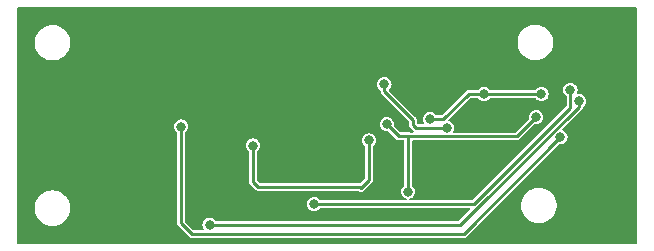
<source format=gbr>
%TF.GenerationSoftware,KiCad,Pcbnew,7.0.9+1*%
%TF.CreationDate,2023-12-11T14:48:35+01:00*%
%TF.ProjectId,IR-sensor,49522d73-656e-4736-9f72-2e6b69636164,rev?*%
%TF.SameCoordinates,Original*%
%TF.FileFunction,Copper,L2,Bot*%
%TF.FilePolarity,Positive*%
%FSLAX46Y46*%
G04 Gerber Fmt 4.6, Leading zero omitted, Abs format (unit mm)*
G04 Created by KiCad (PCBNEW 7.0.9+1) date 2023-12-11 14:48:35*
%MOMM*%
%LPD*%
G01*
G04 APERTURE LIST*
%TA.AperFunction,ViaPad*%
%ADD10C,0.800000*%
%TD*%
%TA.AperFunction,Conductor*%
%ADD11C,0.250000*%
%TD*%
G04 APERTURE END LIST*
D10*
%TO.N,Net-(U1C-+)*%
X79800000Y-61270000D03*
X69955500Y-61700000D03*
%TO.N,GND*%
X69800000Y-58850000D03*
X60800000Y-61200000D03*
X60800000Y-62100000D03*
X59700000Y-51800000D03*
X85800000Y-58400000D03*
X76200000Y-58700000D03*
X97500000Y-61200000D03*
X56801100Y-59989427D03*
X85700000Y-62000000D03*
X84100000Y-63200000D03*
X58100000Y-51800000D03*
X97500000Y-63100000D03*
X88300000Y-59400000D03*
%TO.N,/PWM_SEND*%
X97575000Y-57941816D03*
X66300000Y-68400000D03*
%TO.N,/PWM_RCV*%
X89530000Y-57350004D03*
X84956890Y-59475000D03*
X94400004Y-57350004D03*
%TO.N,+2V5*%
X96850000Y-56975000D03*
X75150000Y-66650000D03*
%TO.N,Net-(Q2-D)*%
X86400000Y-60200000D03*
X81100000Y-56525000D03*
%TO.N,-2V5*%
X81300000Y-59900000D03*
X83100000Y-65600000D03*
X93950000Y-59300000D03*
%TO.N,/INDICATOR*%
X63900000Y-60100000D03*
X96005851Y-61005851D03*
%TD*%
D11*
%TO.N,Net-(U1C-+)*%
X70400000Y-65200000D02*
X79000000Y-65200000D01*
X79800000Y-64600000D02*
X79800000Y-61270000D01*
X69955500Y-61700000D02*
X69955500Y-64755500D01*
X79100000Y-65300000D02*
X79800000Y-64600000D01*
X69955500Y-64755500D02*
X70400000Y-65200000D01*
X79000000Y-65200000D02*
X79100000Y-65300000D01*
%TO.N,/PWM_SEND*%
X88886396Y-67100000D02*
X97575000Y-58411396D01*
X87536396Y-68400000D02*
X88836396Y-67100000D01*
X66300000Y-68400000D02*
X87536396Y-68400000D01*
X88836396Y-67100000D02*
X88886396Y-67100000D01*
X97575000Y-58411396D02*
X97575000Y-57941816D01*
%TO.N,/PWM_RCV*%
X86099695Y-59475000D02*
X84956890Y-59475000D01*
X94400004Y-57350004D02*
X89530000Y-57350004D01*
X88224691Y-57350004D02*
X86099695Y-59475000D01*
X89530000Y-57350004D02*
X88224691Y-57350004D01*
%TO.N,+2V5*%
X96850000Y-58500000D02*
X96850000Y-56975000D01*
X75150000Y-66650000D02*
X88700000Y-66650000D01*
X88700000Y-66650000D02*
X96850000Y-58500000D01*
%TO.N,Net-(Q2-D)*%
X83500000Y-59950000D02*
X83500000Y-59513487D01*
X86400000Y-60200000D02*
X83750000Y-60200000D01*
X83750000Y-60200000D02*
X83500000Y-59950000D01*
X81100000Y-57113487D02*
X81100000Y-56525000D01*
X83500000Y-59513487D02*
X81100000Y-57113487D01*
%TO.N,-2V5*%
X92325000Y-60925000D02*
X93950000Y-59300000D01*
X83150000Y-60900000D02*
X83175000Y-60925000D01*
X83175000Y-60925000D02*
X92325000Y-60925000D01*
X81300000Y-59900000D02*
X82300000Y-60900000D01*
X82300000Y-60900000D02*
X83150000Y-60900000D01*
X83100000Y-65600000D02*
X83100000Y-60950000D01*
X83100000Y-60950000D02*
X83150000Y-60900000D01*
%TO.N,/INDICATOR*%
X63900000Y-60100000D02*
X63900000Y-68300000D01*
X64800000Y-69200000D02*
X87811702Y-69200000D01*
X87811702Y-69200000D02*
X96005851Y-61005851D01*
X63900000Y-68300000D02*
X64800000Y-69200000D01*
%TD*%
%TA.AperFunction,Conductor*%
%TO.N,GND*%
G36*
X102473066Y-50017813D02*
G01*
X102498376Y-50061650D01*
X102499500Y-50074500D01*
X102499500Y-69925500D01*
X102482187Y-69973066D01*
X102438350Y-69998376D01*
X102425500Y-69999500D01*
X50074500Y-69999500D01*
X50026934Y-69982187D01*
X50001624Y-69938350D01*
X50000500Y-69925500D01*
X50000500Y-67124337D01*
X51499500Y-67124337D01*
X51521417Y-67255681D01*
X51540429Y-67369614D01*
X51555473Y-67413436D01*
X51621172Y-67604811D01*
X51694743Y-67740757D01*
X51739526Y-67823509D01*
X51892262Y-68019744D01*
X52075215Y-68188164D01*
X52283393Y-68324173D01*
X52511119Y-68424063D01*
X52752179Y-68485108D01*
X52752182Y-68485108D01*
X52752185Y-68485109D01*
X52937929Y-68500500D01*
X52937933Y-68500500D01*
X53062071Y-68500500D01*
X53247814Y-68485109D01*
X53247816Y-68485108D01*
X53247821Y-68485108D01*
X53488881Y-68424063D01*
X53716607Y-68324173D01*
X53924785Y-68188164D01*
X54107738Y-68019744D01*
X54260474Y-67823509D01*
X54378828Y-67604810D01*
X54459571Y-67369614D01*
X54500500Y-67124335D01*
X54500500Y-66875665D01*
X54459571Y-66630386D01*
X54378828Y-66395190D01*
X54260474Y-66176491D01*
X54107738Y-65980256D01*
X54076498Y-65951498D01*
X53924785Y-65811836D01*
X53716607Y-65675827D01*
X53488887Y-65575939D01*
X53488883Y-65575938D01*
X53488881Y-65575937D01*
X53325233Y-65534495D01*
X53247814Y-65514890D01*
X53062071Y-65499500D01*
X53062067Y-65499500D01*
X52937933Y-65499500D01*
X52937929Y-65499500D01*
X52752185Y-65514890D01*
X52624701Y-65547174D01*
X52511119Y-65575937D01*
X52511117Y-65575937D01*
X52511112Y-65575939D01*
X52283392Y-65675827D01*
X52075214Y-65811836D01*
X51892263Y-65980254D01*
X51739529Y-66176486D01*
X51739522Y-66176498D01*
X51621172Y-66395188D01*
X51540428Y-66630389D01*
X51499500Y-66875662D01*
X51499500Y-67124337D01*
X50000500Y-67124337D01*
X50000500Y-60100000D01*
X63294318Y-60100000D01*
X63314955Y-60256760D01*
X63314955Y-60256761D01*
X63375464Y-60402841D01*
X63471715Y-60528279D01*
X63471716Y-60528280D01*
X63471718Y-60528282D01*
X63545549Y-60584934D01*
X63572746Y-60627624D01*
X63574500Y-60643641D01*
X63574500Y-68284173D01*
X63574359Y-68287400D01*
X63570735Y-68328805D01*
X63570735Y-68328806D01*
X63581495Y-68368964D01*
X63582193Y-68372114D01*
X63589411Y-68413044D01*
X63591811Y-68417200D01*
X63599203Y-68435047D01*
X63600445Y-68439682D01*
X63600446Y-68439685D01*
X63624288Y-68473736D01*
X63626022Y-68476458D01*
X63631017Y-68485108D01*
X63646806Y-68512455D01*
X63646808Y-68512457D01*
X63646807Y-68512457D01*
X63663938Y-68526830D01*
X63678658Y-68539182D01*
X63681027Y-68541353D01*
X64558652Y-69418979D01*
X64560821Y-69421346D01*
X64587545Y-69453194D01*
X64623541Y-69473976D01*
X64623548Y-69473980D01*
X64626272Y-69475716D01*
X64660314Y-69499553D01*
X64660315Y-69499553D01*
X64660316Y-69499554D01*
X64664945Y-69500794D01*
X64682800Y-69508189D01*
X64686955Y-69510588D01*
X64727915Y-69517809D01*
X64731028Y-69518500D01*
X64771193Y-69529263D01*
X64812598Y-69525640D01*
X64815817Y-69525500D01*
X87795876Y-69525500D01*
X87799096Y-69525640D01*
X87825248Y-69527928D01*
X87840507Y-69529264D01*
X87840507Y-69529263D01*
X87840509Y-69529264D01*
X87880669Y-69518502D01*
X87883802Y-69517807D01*
X87924747Y-69510588D01*
X87928896Y-69508191D01*
X87946757Y-69500794D01*
X87951386Y-69499554D01*
X87985435Y-69475712D01*
X87988152Y-69473980D01*
X88024157Y-69453194D01*
X88050889Y-69421334D01*
X88053050Y-69418976D01*
X90572689Y-66899337D01*
X92674500Y-66899337D01*
X92708289Y-67101826D01*
X92715429Y-67144614D01*
X92746474Y-67235044D01*
X92796172Y-67379811D01*
X92808893Y-67403317D01*
X92914526Y-67598509D01*
X93067262Y-67794744D01*
X93250215Y-67963164D01*
X93458393Y-68099173D01*
X93686119Y-68199063D01*
X93927179Y-68260108D01*
X93927182Y-68260108D01*
X93927185Y-68260109D01*
X94112929Y-68275500D01*
X94112933Y-68275500D01*
X94237071Y-68275500D01*
X94422814Y-68260109D01*
X94422816Y-68260108D01*
X94422821Y-68260108D01*
X94663881Y-68199063D01*
X94891607Y-68099173D01*
X95099785Y-67963164D01*
X95282738Y-67794744D01*
X95435474Y-67598509D01*
X95553828Y-67379810D01*
X95634571Y-67144614D01*
X95675500Y-66899335D01*
X95675500Y-66650665D01*
X95634571Y-66405386D01*
X95553828Y-66170190D01*
X95435474Y-65951491D01*
X95282738Y-65755256D01*
X95137129Y-65621214D01*
X95099785Y-65586836D01*
X94891607Y-65450827D01*
X94663887Y-65350939D01*
X94663883Y-65350938D01*
X94663881Y-65350937D01*
X94451514Y-65297158D01*
X94422814Y-65289890D01*
X94237071Y-65274500D01*
X94237067Y-65274500D01*
X94112933Y-65274500D01*
X94112929Y-65274500D01*
X93927185Y-65289890D01*
X93763531Y-65331333D01*
X93686119Y-65350937D01*
X93686117Y-65350937D01*
X93686112Y-65350939D01*
X93458392Y-65450827D01*
X93250214Y-65586836D01*
X93067263Y-65755254D01*
X92914529Y-65951486D01*
X92914522Y-65951498D01*
X92796172Y-66170188D01*
X92715428Y-66405389D01*
X92674500Y-66650662D01*
X92674500Y-66899337D01*
X90572689Y-66899337D01*
X95851601Y-61620425D01*
X95897476Y-61599034D01*
X95913581Y-61599384D01*
X96005851Y-61611533D01*
X96162613Y-61590895D01*
X96308692Y-61530387D01*
X96434133Y-61434133D01*
X96530387Y-61308692D01*
X96590895Y-61162613D01*
X96611533Y-61005851D01*
X96590895Y-60849089D01*
X96530387Y-60703010D01*
X96484832Y-60643641D01*
X96434135Y-60577571D01*
X96434130Y-60577566D01*
X96308692Y-60481315D01*
X96168270Y-60423150D01*
X96130950Y-60388952D01*
X96124343Y-60338766D01*
X96144261Y-60302459D01*
X97793983Y-58652737D01*
X97796329Y-58650587D01*
X97828194Y-58623851D01*
X97848980Y-58587846D01*
X97850712Y-58585129D01*
X97874553Y-58551081D01*
X97874554Y-58551080D01*
X97875794Y-58546450D01*
X97883193Y-58528588D01*
X97885588Y-58524441D01*
X97892805Y-58483503D01*
X97893502Y-58480365D01*
X97895780Y-58471863D01*
X97922210Y-58432305D01*
X98003282Y-58370098D01*
X98099536Y-58244657D01*
X98160044Y-58098578D01*
X98180682Y-57941816D01*
X98160044Y-57785054D01*
X98099536Y-57638975D01*
X98003282Y-57513534D01*
X98003279Y-57513531D01*
X97877841Y-57417280D01*
X97731761Y-57356771D01*
X97595637Y-57338850D01*
X97575000Y-57336134D01*
X97574999Y-57336134D01*
X97464510Y-57350680D01*
X97415091Y-57339724D01*
X97384276Y-57299565D01*
X97386483Y-57248996D01*
X97435044Y-57131762D01*
X97455682Y-56975000D01*
X97435044Y-56818238D01*
X97374536Y-56672159D01*
X97278282Y-56546718D01*
X97278279Y-56546715D01*
X97152841Y-56450464D01*
X97006761Y-56389955D01*
X96850000Y-56369318D01*
X96693239Y-56389955D01*
X96693238Y-56389955D01*
X96547158Y-56450464D01*
X96421720Y-56546715D01*
X96421715Y-56546720D01*
X96325464Y-56672158D01*
X96264955Y-56818238D01*
X96264955Y-56818239D01*
X96244318Y-56975000D01*
X96264955Y-57131760D01*
X96264955Y-57131761D01*
X96325464Y-57277841D01*
X96421715Y-57403279D01*
X96421716Y-57403280D01*
X96421718Y-57403282D01*
X96495549Y-57459934D01*
X96522746Y-57502624D01*
X96524500Y-57518641D01*
X96524500Y-58334522D01*
X96507187Y-58382088D01*
X96502826Y-58386848D01*
X88586848Y-66302826D01*
X88540972Y-66324218D01*
X88534522Y-66324500D01*
X83292109Y-66324500D01*
X83244543Y-66307187D01*
X83219233Y-66263350D01*
X83228023Y-66213500D01*
X83263790Y-66182133D01*
X83277423Y-66176486D01*
X83402841Y-66124536D01*
X83528282Y-66028282D01*
X83624536Y-65902841D01*
X83685044Y-65756762D01*
X83705682Y-65600000D01*
X83685044Y-65443238D01*
X83624536Y-65297159D01*
X83605285Y-65272070D01*
X83528286Y-65171722D01*
X83528284Y-65171720D01*
X83528282Y-65171719D01*
X83528282Y-65171718D01*
X83454451Y-65115065D01*
X83427254Y-65072373D01*
X83425500Y-65056357D01*
X83425500Y-61324500D01*
X83442813Y-61276934D01*
X83486650Y-61251624D01*
X83499500Y-61250500D01*
X92309174Y-61250500D01*
X92312394Y-61250640D01*
X92338546Y-61252928D01*
X92353805Y-61254264D01*
X92353805Y-61254263D01*
X92353807Y-61254264D01*
X92393967Y-61243502D01*
X92397100Y-61242807D01*
X92438045Y-61235588D01*
X92442194Y-61233191D01*
X92460055Y-61225794D01*
X92460626Y-61225641D01*
X92464684Y-61224554D01*
X92498733Y-61200712D01*
X92501450Y-61198980D01*
X92537455Y-61178194D01*
X92564187Y-61146334D01*
X92566348Y-61143976D01*
X93795750Y-59914574D01*
X93841625Y-59893183D01*
X93857730Y-59893533D01*
X93950000Y-59905682D01*
X94106762Y-59885044D01*
X94252841Y-59824536D01*
X94378282Y-59728282D01*
X94474536Y-59602841D01*
X94535044Y-59456762D01*
X94555682Y-59300000D01*
X94535044Y-59143238D01*
X94474536Y-58997159D01*
X94438706Y-58950464D01*
X94378284Y-58871720D01*
X94378279Y-58871715D01*
X94252841Y-58775464D01*
X94106761Y-58714955D01*
X93950000Y-58694318D01*
X93793239Y-58714955D01*
X93793238Y-58714955D01*
X93647158Y-58775464D01*
X93521720Y-58871715D01*
X93521715Y-58871720D01*
X93425464Y-58997158D01*
X93364955Y-59143238D01*
X93364955Y-59143239D01*
X93344318Y-59300000D01*
X93356464Y-59392265D01*
X93345508Y-59441684D01*
X93335423Y-59454249D01*
X92211848Y-60577826D01*
X92165972Y-60599218D01*
X92159522Y-60599500D01*
X86995248Y-60599500D01*
X86947682Y-60582187D01*
X86922372Y-60538350D01*
X86926881Y-60497182D01*
X86985043Y-60356764D01*
X86985044Y-60356762D01*
X87005682Y-60200000D01*
X86985044Y-60043238D01*
X86924536Y-59897159D01*
X86847803Y-59797158D01*
X86828284Y-59771720D01*
X86828279Y-59771715D01*
X86702841Y-59675464D01*
X86562420Y-59617299D01*
X86525100Y-59583101D01*
X86518493Y-59532915D01*
X86538411Y-59496608D01*
X88337844Y-57697178D01*
X88383721Y-57675786D01*
X88390170Y-57675504D01*
X88986358Y-57675504D01*
X89033924Y-57692817D01*
X89045066Y-57704456D01*
X89101715Y-57778283D01*
X89101720Y-57778288D01*
X89185345Y-57842455D01*
X89227159Y-57874540D01*
X89373238Y-57935048D01*
X89530000Y-57955686D01*
X89686762Y-57935048D01*
X89832841Y-57874540D01*
X89958282Y-57778286D01*
X89978659Y-57751729D01*
X90014934Y-57704456D01*
X90057625Y-57677258D01*
X90073642Y-57675504D01*
X93856362Y-57675504D01*
X93903928Y-57692817D01*
X93915070Y-57704456D01*
X93971719Y-57778283D01*
X93971724Y-57778288D01*
X94055349Y-57842455D01*
X94097163Y-57874540D01*
X94243242Y-57935048D01*
X94400004Y-57955686D01*
X94556766Y-57935048D01*
X94702845Y-57874540D01*
X94828286Y-57778286D01*
X94924540Y-57652845D01*
X94985048Y-57506766D01*
X95005686Y-57350004D01*
X94985048Y-57193242D01*
X94924540Y-57047163D01*
X94852503Y-56953282D01*
X94828288Y-56921724D01*
X94828283Y-56921719D01*
X94702845Y-56825468D01*
X94556765Y-56764959D01*
X94400004Y-56744322D01*
X94243243Y-56764959D01*
X94243242Y-56764959D01*
X94097162Y-56825468D01*
X93971724Y-56921719D01*
X93971719Y-56921724D01*
X93915070Y-56995552D01*
X93872379Y-57022750D01*
X93856362Y-57024504D01*
X90073642Y-57024504D01*
X90026076Y-57007191D01*
X90014934Y-56995552D01*
X89958284Y-56921724D01*
X89958279Y-56921719D01*
X89832841Y-56825468D01*
X89686761Y-56764959D01*
X89530000Y-56744322D01*
X89373239Y-56764959D01*
X89373238Y-56764959D01*
X89227158Y-56825468D01*
X89101720Y-56921719D01*
X89101715Y-56921724D01*
X89045066Y-56995552D01*
X89002375Y-57022750D01*
X88986358Y-57024504D01*
X88240509Y-57024504D01*
X88237290Y-57024363D01*
X88227311Y-57023490D01*
X88195886Y-57020740D01*
X88195885Y-57020740D01*
X88155735Y-57031498D01*
X88152585Y-57032196D01*
X88111644Y-57039416D01*
X88111642Y-57039416D01*
X88107481Y-57041819D01*
X88089650Y-57049205D01*
X88085008Y-57050449D01*
X88085003Y-57050451D01*
X88050956Y-57074291D01*
X88048235Y-57076025D01*
X88012240Y-57096807D01*
X88012234Y-57096812D01*
X87985523Y-57128643D01*
X87983342Y-57131024D01*
X85986543Y-59127826D01*
X85940667Y-59149218D01*
X85934217Y-59149500D01*
X85500532Y-59149500D01*
X85452966Y-59132187D01*
X85441824Y-59120548D01*
X85385174Y-59046720D01*
X85385169Y-59046715D01*
X85259731Y-58950464D01*
X85113651Y-58889955D01*
X84956890Y-58869318D01*
X84800129Y-58889955D01*
X84800128Y-58889955D01*
X84654048Y-58950464D01*
X84528610Y-59046715D01*
X84528605Y-59046720D01*
X84432354Y-59172158D01*
X84371845Y-59318238D01*
X84371845Y-59318239D01*
X84351208Y-59475000D01*
X84371845Y-59631760D01*
X84371846Y-59631764D01*
X84430009Y-59772182D01*
X84432217Y-59822752D01*
X84401402Y-59862911D01*
X84361642Y-59874500D01*
X83915479Y-59874500D01*
X83867913Y-59857187D01*
X83863153Y-59852826D01*
X83847174Y-59836847D01*
X83825782Y-59790971D01*
X83825500Y-59784521D01*
X83825500Y-59529312D01*
X83825641Y-59526085D01*
X83828221Y-59496606D01*
X83829264Y-59484680D01*
X83818502Y-59444520D01*
X83817806Y-59441376D01*
X83810589Y-59400445D01*
X83810588Y-59400443D01*
X83810588Y-59400442D01*
X83808186Y-59396282D01*
X83800795Y-59378436D01*
X83799554Y-59373803D01*
X83775715Y-59339757D01*
X83773979Y-59337033D01*
X83763128Y-59318239D01*
X83753194Y-59301032D01*
X83753193Y-59301030D01*
X83721347Y-59274308D01*
X83718966Y-59272127D01*
X81515431Y-57068592D01*
X81494039Y-57022716D01*
X81507140Y-56973821D01*
X81522713Y-56957555D01*
X81528282Y-56953282D01*
X81624536Y-56827841D01*
X81685044Y-56681762D01*
X81705682Y-56525000D01*
X81685044Y-56368238D01*
X81624536Y-56222159D01*
X81528282Y-56096718D01*
X81528279Y-56096715D01*
X81402841Y-56000464D01*
X81256761Y-55939955D01*
X81100000Y-55919318D01*
X80943239Y-55939955D01*
X80943238Y-55939955D01*
X80797158Y-56000464D01*
X80671720Y-56096715D01*
X80671715Y-56096720D01*
X80575464Y-56222158D01*
X80514955Y-56368238D01*
X80514955Y-56368239D01*
X80494318Y-56525000D01*
X80514955Y-56681760D01*
X80514955Y-56681761D01*
X80575464Y-56827841D01*
X80671715Y-56953279D01*
X80671716Y-56953280D01*
X80671718Y-56953282D01*
X80745549Y-57009934D01*
X80772746Y-57052624D01*
X80774500Y-57068641D01*
X80774500Y-57097660D01*
X80774359Y-57100887D01*
X80770735Y-57142292D01*
X80770735Y-57142293D01*
X80781495Y-57182451D01*
X80782193Y-57185601D01*
X80789411Y-57226531D01*
X80791811Y-57230687D01*
X80799203Y-57248534D01*
X80800445Y-57253169D01*
X80800446Y-57253172D01*
X80824288Y-57287223D01*
X80826022Y-57289945D01*
X80831577Y-57299565D01*
X80846806Y-57325942D01*
X80846808Y-57325944D01*
X80846807Y-57325944D01*
X80858952Y-57336134D01*
X80878658Y-57352669D01*
X80881027Y-57354840D01*
X83152826Y-59626639D01*
X83174218Y-59672515D01*
X83174500Y-59678965D01*
X83174500Y-59934173D01*
X83174359Y-59937400D01*
X83170735Y-59978805D01*
X83170735Y-59978806D01*
X83181495Y-60018964D01*
X83182193Y-60022114D01*
X83189411Y-60063044D01*
X83191811Y-60067200D01*
X83199203Y-60085047D01*
X83200445Y-60089682D01*
X83200444Y-60089682D01*
X83224288Y-60123734D01*
X83226018Y-60126451D01*
X83246806Y-60162455D01*
X83265287Y-60177963D01*
X83278650Y-60189177D01*
X83281030Y-60191358D01*
X83508651Y-60418978D01*
X83510823Y-60421348D01*
X83537545Y-60453194D01*
X83551784Y-60461415D01*
X83584321Y-60500189D01*
X83584322Y-60550808D01*
X83551785Y-60589585D01*
X83514784Y-60599500D01*
X83300346Y-60599500D01*
X83269293Y-60591179D01*
X83269131Y-60591627D01*
X83264016Y-60589765D01*
X83263346Y-60589586D01*
X83263344Y-60589585D01*
X83263045Y-60589412D01*
X83258316Y-60588578D01*
X83239899Y-60582770D01*
X83235548Y-60580741D01*
X83235545Y-60580740D01*
X83213189Y-60578784D01*
X83200491Y-60576545D01*
X83178805Y-60570735D01*
X83156448Y-60572691D01*
X83143550Y-60572691D01*
X83121195Y-60570735D01*
X83121194Y-60570735D01*
X83116558Y-60571978D01*
X83097404Y-60574500D01*
X82465478Y-60574500D01*
X82417912Y-60557187D01*
X82413152Y-60552826D01*
X81914575Y-60054249D01*
X81893183Y-60008373D01*
X81893533Y-59992269D01*
X81905682Y-59900000D01*
X81885044Y-59743238D01*
X81824536Y-59597159D01*
X81772475Y-59529312D01*
X81728284Y-59471720D01*
X81728279Y-59471715D01*
X81602841Y-59375464D01*
X81456761Y-59314955D01*
X81300000Y-59294318D01*
X81143239Y-59314955D01*
X81143238Y-59314955D01*
X80997158Y-59375464D01*
X80871720Y-59471715D01*
X80871715Y-59471720D01*
X80775464Y-59597158D01*
X80714955Y-59743238D01*
X80714955Y-59743239D01*
X80694318Y-59900000D01*
X80714955Y-60056760D01*
X80714955Y-60056761D01*
X80775464Y-60202841D01*
X80871715Y-60328279D01*
X80871720Y-60328284D01*
X80950785Y-60388952D01*
X80997159Y-60424536D01*
X81143238Y-60485044D01*
X81300000Y-60505682D01*
X81392264Y-60493534D01*
X81441682Y-60504490D01*
X81454249Y-60514575D01*
X82058647Y-61118973D01*
X82060819Y-61121343D01*
X82087545Y-61153194D01*
X82123546Y-61173979D01*
X82126270Y-61175715D01*
X82160314Y-61199553D01*
X82160316Y-61199554D01*
X82164949Y-61200795D01*
X82182795Y-61208186D01*
X82186955Y-61210588D01*
X82186958Y-61210588D01*
X82186959Y-61210589D01*
X82186958Y-61210589D01*
X82227888Y-61217806D01*
X82231038Y-61218504D01*
X82271193Y-61229264D01*
X82271193Y-61229263D01*
X82271194Y-61229264D01*
X82279040Y-61228577D01*
X82312610Y-61225640D01*
X82315829Y-61225500D01*
X82700500Y-61225500D01*
X82748066Y-61242813D01*
X82773376Y-61286650D01*
X82774500Y-61299500D01*
X82774500Y-65056357D01*
X82757187Y-65103923D01*
X82745549Y-65115065D01*
X82671715Y-65171720D01*
X82671713Y-65171722D01*
X82575464Y-65297158D01*
X82514955Y-65443238D01*
X82514955Y-65443239D01*
X82494318Y-65600000D01*
X82514955Y-65756760D01*
X82514955Y-65756761D01*
X82575464Y-65902841D01*
X82671715Y-66028279D01*
X82671720Y-66028284D01*
X82755345Y-66092451D01*
X82797159Y-66124536D01*
X82907373Y-66170188D01*
X82936210Y-66182133D01*
X82973530Y-66216331D01*
X82980137Y-66266517D01*
X82952939Y-66309208D01*
X82907891Y-66324500D01*
X75693642Y-66324500D01*
X75646076Y-66307187D01*
X75634934Y-66295548D01*
X75578284Y-66221720D01*
X75578279Y-66221715D01*
X75452841Y-66125464D01*
X75306761Y-66064955D01*
X75150000Y-66044318D01*
X74993239Y-66064955D01*
X74993238Y-66064955D01*
X74847158Y-66125464D01*
X74721720Y-66221715D01*
X74721715Y-66221720D01*
X74625464Y-66347158D01*
X74564955Y-66493238D01*
X74564955Y-66493239D01*
X74544318Y-66650000D01*
X74564955Y-66806760D01*
X74564955Y-66806761D01*
X74625464Y-66952841D01*
X74721715Y-67078279D01*
X74721720Y-67078284D01*
X74781738Y-67124337D01*
X74847159Y-67174536D01*
X74993238Y-67235044D01*
X75150000Y-67255682D01*
X75306762Y-67235044D01*
X75452841Y-67174536D01*
X75578282Y-67078282D01*
X75610227Y-67036650D01*
X75634934Y-67004452D01*
X75677625Y-66977254D01*
X75693642Y-66975500D01*
X88321918Y-66975500D01*
X88369484Y-66992813D01*
X88394794Y-67036650D01*
X88386004Y-67086500D01*
X88374244Y-67101826D01*
X87423244Y-68052826D01*
X87377368Y-68074218D01*
X87370918Y-68074500D01*
X66843642Y-68074500D01*
X66796076Y-68057187D01*
X66784934Y-68045548D01*
X66728284Y-67971720D01*
X66728279Y-67971715D01*
X66602841Y-67875464D01*
X66456761Y-67814955D01*
X66300000Y-67794318D01*
X66143239Y-67814955D01*
X66143238Y-67814955D01*
X65997158Y-67875464D01*
X65871720Y-67971715D01*
X65871715Y-67971720D01*
X65775464Y-68097158D01*
X65714955Y-68243238D01*
X65714955Y-68243239D01*
X65694318Y-68400000D01*
X65714955Y-68556760D01*
X65714955Y-68556761D01*
X65775464Y-68702841D01*
X65815833Y-68755452D01*
X65831055Y-68803728D01*
X65811683Y-68850494D01*
X65766784Y-68873867D01*
X65757125Y-68874500D01*
X64965479Y-68874500D01*
X64917913Y-68857187D01*
X64913153Y-68852826D01*
X64247174Y-68186847D01*
X64225782Y-68140971D01*
X64225500Y-68134521D01*
X64225500Y-61700000D01*
X69349818Y-61700000D01*
X69370455Y-61856760D01*
X69370455Y-61856761D01*
X69430964Y-62002841D01*
X69527215Y-62128279D01*
X69527216Y-62128280D01*
X69527218Y-62128282D01*
X69601049Y-62184934D01*
X69628246Y-62227624D01*
X69630000Y-62243641D01*
X69630000Y-64739673D01*
X69629859Y-64742900D01*
X69626235Y-64784305D01*
X69626235Y-64784306D01*
X69636995Y-64824464D01*
X69637693Y-64827614D01*
X69644911Y-64868544D01*
X69647311Y-64872700D01*
X69654703Y-64890547D01*
X69655945Y-64895182D01*
X69655946Y-64895185D01*
X69679788Y-64929236D01*
X69681522Y-64931958D01*
X69690312Y-64947181D01*
X69702306Y-64967955D01*
X69702308Y-64967957D01*
X69702307Y-64967957D01*
X69719438Y-64982330D01*
X69734158Y-64994682D01*
X69736527Y-64996853D01*
X70158647Y-65418973D01*
X70160819Y-65421343D01*
X70187545Y-65453194D01*
X70223546Y-65473979D01*
X70226270Y-65475715D01*
X70260314Y-65499553D01*
X70260316Y-65499554D01*
X70264949Y-65500795D01*
X70282795Y-65508186D01*
X70286955Y-65510588D01*
X70286958Y-65510588D01*
X70286959Y-65510589D01*
X70286958Y-65510589D01*
X70327888Y-65517806D01*
X70331038Y-65518504D01*
X70371193Y-65529264D01*
X70412605Y-65525640D01*
X70415826Y-65525500D01*
X78834521Y-65525500D01*
X78882087Y-65542813D01*
X78886847Y-65547174D01*
X78910420Y-65570747D01*
X78930754Y-65580229D01*
X78930765Y-65580234D01*
X78941932Y-65586681D01*
X78953476Y-65594764D01*
X78960314Y-65599553D01*
X78960316Y-65599554D01*
X78981993Y-65605362D01*
X78994110Y-65609773D01*
X79004456Y-65614596D01*
X79014454Y-65619259D01*
X79036825Y-65621215D01*
X79049509Y-65623452D01*
X79071193Y-65629263D01*
X79093549Y-65627307D01*
X79106441Y-65627307D01*
X79128807Y-65629264D01*
X79150485Y-65623454D01*
X79163182Y-65621214D01*
X79185545Y-65619259D01*
X79205888Y-65609771D01*
X79218005Y-65605362D01*
X79239684Y-65599554D01*
X79258082Y-65586670D01*
X79269223Y-65580238D01*
X79289579Y-65570747D01*
X79370747Y-65489579D01*
X79370746Y-65489579D01*
X80018989Y-64841336D01*
X80021335Y-64839186D01*
X80053194Y-64812455D01*
X80073981Y-64776448D01*
X80075711Y-64773733D01*
X80099553Y-64739684D01*
X80100794Y-64735051D01*
X80108188Y-64717200D01*
X80110588Y-64713045D01*
X80117809Y-64672089D01*
X80118506Y-64668949D01*
X80125634Y-64642348D01*
X80129263Y-64628807D01*
X80128551Y-64620674D01*
X80125641Y-64587407D01*
X80125500Y-64584181D01*
X80125500Y-61813641D01*
X80142813Y-61766075D01*
X80154444Y-61754939D01*
X80228282Y-61698282D01*
X80324536Y-61572841D01*
X80385044Y-61426762D01*
X80405682Y-61270000D01*
X80385044Y-61113238D01*
X80324536Y-60967159D01*
X80228282Y-60841718D01*
X80228279Y-60841715D01*
X80102841Y-60745464D01*
X79956761Y-60684955D01*
X79800000Y-60664318D01*
X79643239Y-60684955D01*
X79643238Y-60684955D01*
X79497158Y-60745464D01*
X79371720Y-60841715D01*
X79371715Y-60841720D01*
X79275464Y-60967158D01*
X79214955Y-61113238D01*
X79214955Y-61113239D01*
X79194318Y-61270000D01*
X79214955Y-61426760D01*
X79214955Y-61426761D01*
X79275464Y-61572841D01*
X79371715Y-61698279D01*
X79371716Y-61698280D01*
X79371718Y-61698282D01*
X79445549Y-61754934D01*
X79472746Y-61797624D01*
X79474500Y-61813641D01*
X79474500Y-64434520D01*
X79457187Y-64482086D01*
X79452826Y-64486846D01*
X79090107Y-64849564D01*
X79044230Y-64870956D01*
X79031332Y-64870956D01*
X79028809Y-64870735D01*
X78998438Y-64873393D01*
X78987394Y-64874359D01*
X78984174Y-64874500D01*
X70565478Y-64874500D01*
X70517912Y-64857187D01*
X70513152Y-64852826D01*
X70302674Y-64642348D01*
X70281282Y-64596472D01*
X70281000Y-64590022D01*
X70281000Y-62243641D01*
X70298313Y-62196075D01*
X70309944Y-62184939D01*
X70383782Y-62128282D01*
X70480036Y-62002841D01*
X70540544Y-61856762D01*
X70561182Y-61700000D01*
X70540544Y-61543238D01*
X70480036Y-61397159D01*
X70395240Y-61286650D01*
X70383784Y-61271720D01*
X70383779Y-61271715D01*
X70258341Y-61175464D01*
X70112261Y-61114955D01*
X69955500Y-61094318D01*
X69798739Y-61114955D01*
X69798738Y-61114955D01*
X69652658Y-61175464D01*
X69527220Y-61271715D01*
X69527215Y-61271720D01*
X69430964Y-61397158D01*
X69370455Y-61543238D01*
X69370455Y-61543239D01*
X69349818Y-61700000D01*
X64225500Y-61700000D01*
X64225500Y-60643641D01*
X64242813Y-60596075D01*
X64254444Y-60584939D01*
X64328282Y-60528282D01*
X64424536Y-60402841D01*
X64485044Y-60256762D01*
X64505682Y-60100000D01*
X64485044Y-59943238D01*
X64424536Y-59797159D01*
X64383161Y-59743238D01*
X64328284Y-59671720D01*
X64328279Y-59671715D01*
X64202841Y-59575464D01*
X64056761Y-59514955D01*
X63900000Y-59494318D01*
X63743239Y-59514955D01*
X63743238Y-59514955D01*
X63597158Y-59575464D01*
X63471720Y-59671715D01*
X63471715Y-59671720D01*
X63375464Y-59797158D01*
X63314955Y-59943238D01*
X63314955Y-59943239D01*
X63294318Y-60100000D01*
X50000500Y-60100000D01*
X50000500Y-53124337D01*
X51499500Y-53124337D01*
X51540428Y-53369610D01*
X51621172Y-53604811D01*
X51694743Y-53740757D01*
X51739526Y-53823509D01*
X51892262Y-54019744D01*
X52075215Y-54188164D01*
X52283393Y-54324173D01*
X52511119Y-54424063D01*
X52752179Y-54485108D01*
X52752182Y-54485108D01*
X52752185Y-54485109D01*
X52937929Y-54500500D01*
X52937933Y-54500500D01*
X53062071Y-54500500D01*
X53247814Y-54485109D01*
X53247816Y-54485108D01*
X53247821Y-54485108D01*
X53488881Y-54424063D01*
X53716607Y-54324173D01*
X53924785Y-54188164D01*
X54107738Y-54019744D01*
X54260474Y-53823509D01*
X54378828Y-53604810D01*
X54459571Y-53369614D01*
X54500500Y-53124335D01*
X54500500Y-53099337D01*
X92374500Y-53099337D01*
X92415428Y-53344610D01*
X92496172Y-53579811D01*
X92569743Y-53715757D01*
X92614526Y-53798509D01*
X92767262Y-53994744D01*
X92950215Y-54163164D01*
X93158393Y-54299173D01*
X93386119Y-54399063D01*
X93627179Y-54460108D01*
X93627182Y-54460108D01*
X93627185Y-54460109D01*
X93812929Y-54475500D01*
X93812933Y-54475500D01*
X93937071Y-54475500D01*
X94122814Y-54460109D01*
X94122816Y-54460108D01*
X94122821Y-54460108D01*
X94363881Y-54399063D01*
X94591607Y-54299173D01*
X94799785Y-54163164D01*
X94982738Y-53994744D01*
X95135474Y-53798509D01*
X95253828Y-53579810D01*
X95334571Y-53344614D01*
X95375500Y-53099335D01*
X95375500Y-52850665D01*
X95334571Y-52605386D01*
X95253828Y-52370190D01*
X95135474Y-52151491D01*
X94982738Y-51955256D01*
X94799785Y-51786836D01*
X94591607Y-51650827D01*
X94363887Y-51550939D01*
X94363883Y-51550938D01*
X94363881Y-51550937D01*
X94160762Y-51499500D01*
X94122814Y-51489890D01*
X93937071Y-51474500D01*
X93937067Y-51474500D01*
X93812933Y-51474500D01*
X93812929Y-51474500D01*
X93627185Y-51489890D01*
X93463531Y-51531333D01*
X93386119Y-51550937D01*
X93386117Y-51550937D01*
X93386112Y-51550939D01*
X93158392Y-51650827D01*
X92950214Y-51786836D01*
X92767263Y-51955254D01*
X92614529Y-52151486D01*
X92614522Y-52151498D01*
X92496172Y-52370188D01*
X92415428Y-52605389D01*
X92374500Y-52850662D01*
X92374500Y-53099337D01*
X54500500Y-53099337D01*
X54500500Y-52875665D01*
X54459571Y-52630386D01*
X54378828Y-52395190D01*
X54260474Y-52176491D01*
X54107738Y-51980256D01*
X53924785Y-51811836D01*
X53716607Y-51675827D01*
X53659613Y-51650827D01*
X53488887Y-51575939D01*
X53488883Y-51575938D01*
X53488881Y-51575937D01*
X53325233Y-51534495D01*
X53247814Y-51514890D01*
X53062071Y-51499500D01*
X53062067Y-51499500D01*
X52937933Y-51499500D01*
X52937929Y-51499500D01*
X52752185Y-51514890D01*
X52609841Y-51550937D01*
X52511119Y-51575937D01*
X52511117Y-51575937D01*
X52511112Y-51575939D01*
X52283392Y-51675827D01*
X52075214Y-51811836D01*
X51892263Y-51980254D01*
X51739529Y-52176486D01*
X51739522Y-52176498D01*
X51621172Y-52395188D01*
X51540428Y-52630389D01*
X51499500Y-52875662D01*
X51499500Y-53124337D01*
X50000500Y-53124337D01*
X50000500Y-50074500D01*
X50017813Y-50026934D01*
X50061650Y-50001624D01*
X50074500Y-50000500D01*
X102425500Y-50000500D01*
X102473066Y-50017813D01*
G37*
%TD.AperFunction*%
%TD*%
M02*

</source>
